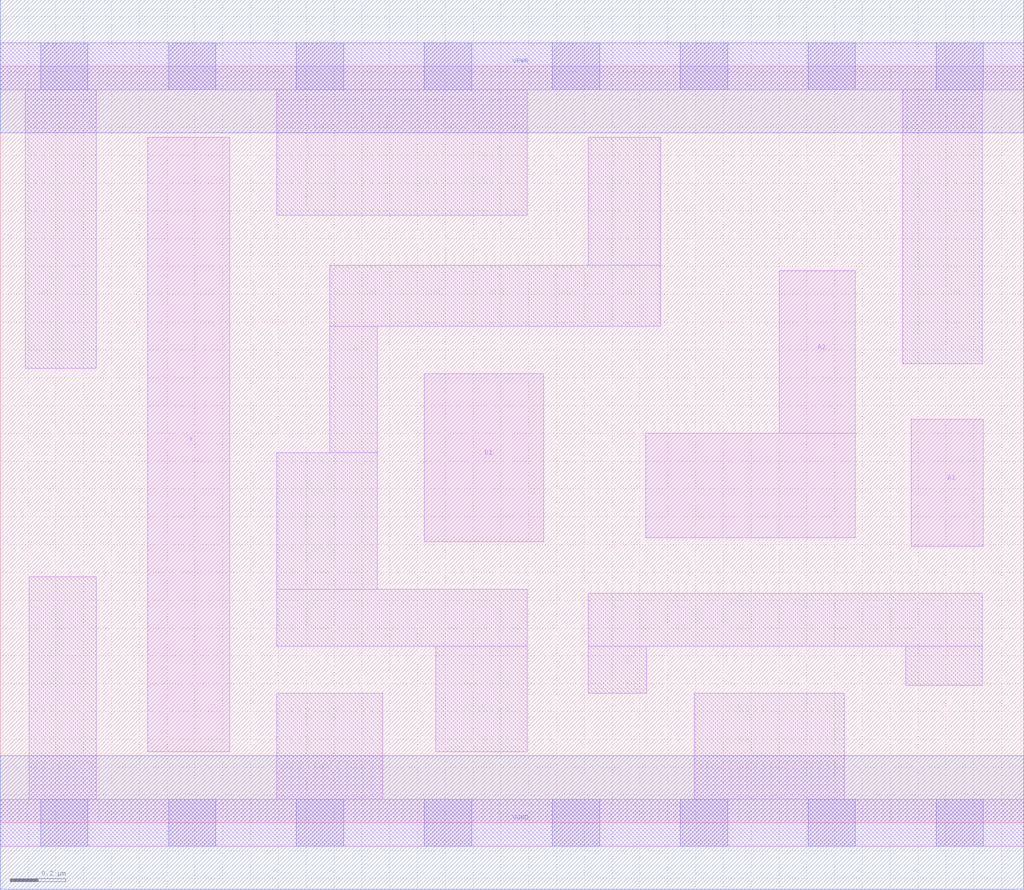
<source format=lef>
# Copyright 2020 The SkyWater PDK Authors
#
# Licensed under the Apache License, Version 2.0 (the "License");
# you may not use this file except in compliance with the License.
# You may obtain a copy of the License at
#
#     https://www.apache.org/licenses/LICENSE-2.0
#
# Unless required by applicable law or agreed to in writing, software
# distributed under the License is distributed on an "AS IS" BASIS,
# WITHOUT WARRANTIES OR CONDITIONS OF ANY KIND, either express or implied.
# See the License for the specific language governing permissions and
# limitations under the License.
#
# SPDX-License-Identifier: Apache-2.0

VERSION 5.7 ;
  NAMESCASESENSITIVE ON ;
  NOWIREEXTENSIONATPIN ON ;
  DIVIDERCHAR "/" ;
  BUSBITCHARS "[]" ;
UNITS
  DATABASE MICRONS 200 ;
END UNITS
PROPERTYDEFINITIONS
  MACRO maskLayoutSubType STRING ;
  MACRO prCellType STRING ;
  MACRO originalViewName STRING ;
END PROPERTYDEFINITIONS
MACRO sky130_fd_sc_hdll__o21a_2
  CLASS CORE ;
  FOREIGN sky130_fd_sc_hdll__o21a_2 ;
  ORIGIN  0.000000  0.000000 ;
  SIZE  3.680000 BY  2.720000 ;
  SYMMETRY X Y R90 ;
  SITE unithd ;
  PIN A1
    ANTENNAGATEAREA  0.277500 ;
    DIRECTION INPUT ;
    USE SIGNAL ;
    PORT
      LAYER li1 ;
        RECT 3.275000 0.995000 3.535000 1.450000 ;
    END
  END A1
  PIN A2
    ANTENNAGATEAREA  0.277500 ;
    DIRECTION INPUT ;
    USE SIGNAL ;
    PORT
      LAYER li1 ;
        RECT 2.320000 1.025000 3.075000 1.400000 ;
        RECT 2.800000 1.400000 3.075000 1.985000 ;
    END
  END A2
  PIN B1
    ANTENNAGATEAREA  0.277500 ;
    DIRECTION INPUT ;
    USE SIGNAL ;
    PORT
      LAYER li1 ;
        RECT 1.525000 1.010000 1.955000 1.615000 ;
    END
  END B1
  PIN VGND
    ANTENNADIFFAREA  0.718250 ;
    DIRECTION INOUT ;
    USE SIGNAL ;
    PORT
      LAYER met1 ;
        RECT 0.000000 -0.240000 3.680000 0.240000 ;
    END
  END VGND
  PIN VPWR
    ANTENNADIFFAREA  1.365000 ;
    DIRECTION INOUT ;
    USE SIGNAL ;
    PORT
      LAYER met1 ;
        RECT 0.000000 2.480000 3.680000 2.960000 ;
    END
  END VPWR
  PIN X
    ANTENNADIFFAREA  0.506250 ;
    DIRECTION OUTPUT ;
    USE SIGNAL ;
    PORT
      LAYER li1 ;
        RECT 0.530000 0.255000 0.825000 2.465000 ;
    END
  END X
  OBS
    LAYER li1 ;
      RECT 0.000000 -0.085000 3.680000 0.085000 ;
      RECT 0.000000  2.635000 3.680000 2.805000 ;
      RECT 0.090000  1.635000 0.345000 2.635000 ;
      RECT 0.105000  0.085000 0.345000 0.885000 ;
      RECT 0.995000  0.085000 1.375000 0.465000 ;
      RECT 0.995000  0.635000 1.895000 0.840000 ;
      RECT 0.995000  0.840000 1.355000 1.330000 ;
      RECT 0.995000  2.185000 1.895000 2.635000 ;
      RECT 1.185000  1.330000 1.355000 1.785000 ;
      RECT 1.185000  1.785000 2.375000 2.005000 ;
      RECT 1.565000  0.255000 1.895000 0.635000 ;
      RECT 2.115000  0.465000 2.325000 0.635000 ;
      RECT 2.115000  0.635000 3.530000 0.825000 ;
      RECT 2.115000  2.005000 2.375000 2.465000 ;
      RECT 2.495000  0.085000 3.035000 0.465000 ;
      RECT 3.245000  1.650000 3.530000 2.635000 ;
      RECT 3.255000  0.495000 3.530000 0.635000 ;
    LAYER mcon ;
      RECT 0.145000 -0.085000 0.315000 0.085000 ;
      RECT 0.145000  2.635000 0.315000 2.805000 ;
      RECT 0.605000 -0.085000 0.775000 0.085000 ;
      RECT 0.605000  2.635000 0.775000 2.805000 ;
      RECT 1.065000 -0.085000 1.235000 0.085000 ;
      RECT 1.065000  2.635000 1.235000 2.805000 ;
      RECT 1.525000 -0.085000 1.695000 0.085000 ;
      RECT 1.525000  2.635000 1.695000 2.805000 ;
      RECT 1.985000 -0.085000 2.155000 0.085000 ;
      RECT 1.985000  2.635000 2.155000 2.805000 ;
      RECT 2.445000 -0.085000 2.615000 0.085000 ;
      RECT 2.445000  2.635000 2.615000 2.805000 ;
      RECT 2.905000 -0.085000 3.075000 0.085000 ;
      RECT 2.905000  2.635000 3.075000 2.805000 ;
      RECT 3.365000 -0.085000 3.535000 0.085000 ;
      RECT 3.365000  2.635000 3.535000 2.805000 ;
  END
  PROPERTY maskLayoutSubType "abstract" ;
  PROPERTY prCellType "standard" ;
  PROPERTY originalViewName "layout" ;
END sky130_fd_sc_hdll__o21a_2

</source>
